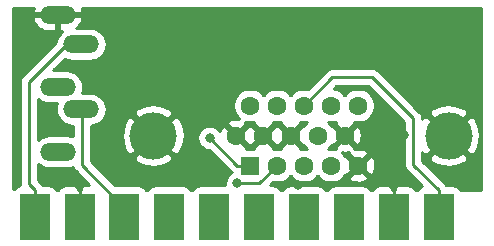
<source format=gtl>
G04 #@! TF.GenerationSoftware,KiCad,Pcbnew,(5.1.0)-1*
G04 #@! TF.CreationDate,2019-07-29T14:48:28-04:00*
G04 #@! TF.ProjectId,HD15-to-SCART,48443135-2d74-46f2-9d53-434152542e6b,rev?*
G04 #@! TF.SameCoordinates,Original*
G04 #@! TF.FileFunction,Copper,L1,Top*
G04 #@! TF.FilePolarity,Positive*
%FSLAX46Y46*%
G04 Gerber Fmt 4.6, Leading zero omitted, Abs format (unit mm)*
G04 Created by KiCad (PCBNEW (5.1.0)-1) date 2019-07-29 14:48:28*
%MOMM*%
%LPD*%
G04 APERTURE LIST*
%ADD10O,3.016000X1.508000*%
%ADD11R,2.500000X4.000000*%
%ADD12R,1.600000X1.600000*%
%ADD13C,1.600000*%
%ADD14C,4.000000*%
%ADD15C,0.800000*%
%ADD16C,0.250000*%
%ADD17C,0.254000*%
G04 APERTURE END LIST*
D10*
X137640000Y-68180000D03*
X137640000Y-62680000D03*
X137640000Y-56580000D03*
X139640000Y-59080000D03*
X139640000Y-64580000D03*
D11*
X135696000Y-73660000D03*
X139496000Y-73660000D03*
X143296000Y-73660000D03*
X147096000Y-73660000D03*
X150896000Y-73660000D03*
X154696000Y-73660000D03*
X158496000Y-73660000D03*
X162296000Y-73660000D03*
X166096000Y-73660000D03*
X169896000Y-73660000D03*
D12*
X153924000Y-69342000D03*
D13*
X156214000Y-69342000D03*
X158504000Y-69342000D03*
X160794000Y-69342000D03*
X163084000Y-69342000D03*
X152779000Y-66802000D03*
X155069000Y-66802000D03*
X157359000Y-66802000D03*
X159649000Y-66802000D03*
X161939000Y-66802000D03*
X153924000Y-64262000D03*
X156214000Y-64262000D03*
X158504000Y-64262000D03*
X160794000Y-64262000D03*
X163084000Y-64262000D03*
D14*
X170739000Y-66802000D03*
X145739000Y-66802000D03*
D15*
X150500000Y-67000000D03*
X152850000Y-70850000D03*
X136500000Y-65000000D03*
X137830000Y-70260000D03*
X151000000Y-70000000D03*
X158000000Y-71000000D03*
X167000000Y-66750000D03*
X164750000Y-66500000D03*
D16*
X152842000Y-69342000D02*
X153924000Y-69342000D01*
X150500000Y-67000000D02*
X152842000Y-69342000D01*
X154706000Y-70850000D02*
X156214000Y-69342000D01*
X152850000Y-70850000D02*
X154706000Y-70850000D01*
X139496000Y-71410000D02*
X139000000Y-70914000D01*
X139496000Y-73660000D02*
X139496000Y-71410000D01*
X138484000Y-70914000D02*
X137830000Y-70260000D01*
X139000000Y-70914000D02*
X138484000Y-70914000D01*
X166096000Y-71410000D02*
X165500000Y-70814000D01*
X166096000Y-73660000D02*
X166096000Y-71410000D01*
X164556000Y-70814000D02*
X163084000Y-69342000D01*
X165500000Y-70814000D02*
X164556000Y-70814000D01*
X160891000Y-61875000D02*
X158504000Y-64262000D01*
X164275000Y-61875000D02*
X160891000Y-61875000D01*
X167750000Y-65350000D02*
X164275000Y-61875000D01*
X167750000Y-69264000D02*
X167750000Y-65350000D01*
X169896000Y-73660000D02*
X169896000Y-71410000D01*
X169896000Y-71410000D02*
X167750000Y-69264000D01*
X139668000Y-59052000D02*
X139668000Y-58888000D01*
X135696000Y-71410000D02*
X135200000Y-70914000D01*
X135200000Y-70914000D02*
X135200000Y-62275000D01*
X135200000Y-62275000D02*
X138395000Y-59080000D01*
X138395000Y-59080000D02*
X139640000Y-59080000D01*
X135696000Y-73660000D02*
X135696000Y-71410000D01*
X139640000Y-59080000D02*
X139668000Y-59052000D01*
X139668000Y-64608000D02*
X139640000Y-64580000D01*
X139668000Y-69282000D02*
X139668000Y-64608000D01*
X143296000Y-73660000D02*
X143296000Y-72910000D01*
X143296000Y-72910000D02*
X139668000Y-69282000D01*
X162296000Y-73660000D02*
X162296000Y-72910000D01*
D17*
G36*
X136110580Y-69340499D02*
G01*
X136351881Y-69469477D01*
X136613709Y-69548902D01*
X136817770Y-69569000D01*
X138462230Y-69569000D01*
X138666291Y-69548902D01*
X138928119Y-69469477D01*
X138930317Y-69468302D01*
X138946486Y-69521605D01*
X138962454Y-69574246D01*
X139033026Y-69706276D01*
X139072871Y-69754826D01*
X139127999Y-69822001D01*
X139157003Y-69845804D01*
X140334438Y-71023239D01*
X139781750Y-71025000D01*
X139623000Y-71183750D01*
X139623000Y-71373000D01*
X139369000Y-71373000D01*
X139369000Y-71183750D01*
X139210250Y-71025000D01*
X138246000Y-71021928D01*
X138121518Y-71034188D01*
X138001820Y-71070498D01*
X137891506Y-71129463D01*
X137794815Y-71208815D01*
X137715463Y-71305506D01*
X137679386Y-71373000D01*
X137512614Y-71373000D01*
X137476537Y-71305506D01*
X137397185Y-71208815D01*
X137300494Y-71129463D01*
X137190180Y-71070498D01*
X137070482Y-71034188D01*
X136946000Y-71021928D01*
X136350326Y-71021928D01*
X136330974Y-70985723D01*
X136296031Y-70943146D01*
X136236001Y-70869999D01*
X136206997Y-70846196D01*
X135960000Y-70599199D01*
X135960000Y-69216921D01*
X136110580Y-69340499D01*
X136110580Y-69340499D01*
G37*
X136110580Y-69340499D02*
X136351881Y-69469477D01*
X136613709Y-69548902D01*
X136817770Y-69569000D01*
X138462230Y-69569000D01*
X138666291Y-69548902D01*
X138928119Y-69469477D01*
X138930317Y-69468302D01*
X138946486Y-69521605D01*
X138962454Y-69574246D01*
X139033026Y-69706276D01*
X139072871Y-69754826D01*
X139127999Y-69822001D01*
X139157003Y-69845804D01*
X140334438Y-71023239D01*
X139781750Y-71025000D01*
X139623000Y-71183750D01*
X139623000Y-71373000D01*
X139369000Y-71373000D01*
X139369000Y-71183750D01*
X139210250Y-71025000D01*
X138246000Y-71021928D01*
X138121518Y-71034188D01*
X138001820Y-71070498D01*
X137891506Y-71129463D01*
X137794815Y-71208815D01*
X137715463Y-71305506D01*
X137679386Y-71373000D01*
X137512614Y-71373000D01*
X137476537Y-71305506D01*
X137397185Y-71208815D01*
X137300494Y-71129463D01*
X137190180Y-71070498D01*
X137070482Y-71034188D01*
X136946000Y-71021928D01*
X136350326Y-71021928D01*
X136330974Y-70985723D01*
X136296031Y-70943146D01*
X136236001Y-70869999D01*
X136206997Y-70846196D01*
X135960000Y-70599199D01*
X135960000Y-69216921D01*
X136110580Y-69340499D01*
G36*
X166990001Y-65664803D02*
G01*
X166990000Y-69226677D01*
X166986324Y-69264000D01*
X166990000Y-69301322D01*
X166990000Y-69301332D01*
X167000997Y-69412985D01*
X167033946Y-69521605D01*
X167044454Y-69556246D01*
X167115026Y-69688276D01*
X167154871Y-69736826D01*
X167209999Y-69804001D01*
X167239003Y-69827804D01*
X168463106Y-71051907D01*
X168401820Y-71070498D01*
X168291506Y-71129463D01*
X168194815Y-71208815D01*
X168115463Y-71305506D01*
X168079386Y-71373000D01*
X167912614Y-71373000D01*
X167876537Y-71305506D01*
X167797185Y-71208815D01*
X167700494Y-71129463D01*
X167590180Y-71070498D01*
X167470482Y-71034188D01*
X167346000Y-71021928D01*
X166381750Y-71025000D01*
X166223000Y-71183750D01*
X166223000Y-71373000D01*
X165969000Y-71373000D01*
X165969000Y-71183750D01*
X165810250Y-71025000D01*
X164846000Y-71021928D01*
X164721518Y-71034188D01*
X164601820Y-71070498D01*
X164491506Y-71129463D01*
X164394815Y-71208815D01*
X164315463Y-71305506D01*
X164279386Y-71373000D01*
X164112614Y-71373000D01*
X164076537Y-71305506D01*
X163997185Y-71208815D01*
X163900494Y-71129463D01*
X163790180Y-71070498D01*
X163670482Y-71034188D01*
X163546000Y-71021928D01*
X161046000Y-71021928D01*
X160921518Y-71034188D01*
X160801820Y-71070498D01*
X160691506Y-71129463D01*
X160594815Y-71208815D01*
X160515463Y-71305506D01*
X160479386Y-71373000D01*
X160312614Y-71373000D01*
X160276537Y-71305506D01*
X160197185Y-71208815D01*
X160100494Y-71129463D01*
X159990180Y-71070498D01*
X159870482Y-71034188D01*
X159746000Y-71021928D01*
X157246000Y-71021928D01*
X157121518Y-71034188D01*
X157001820Y-71070498D01*
X156891506Y-71129463D01*
X156794815Y-71208815D01*
X156715463Y-71305506D01*
X156679386Y-71373000D01*
X156512614Y-71373000D01*
X156476537Y-71305506D01*
X156397185Y-71208815D01*
X156300494Y-71129463D01*
X156190180Y-71070498D01*
X156070482Y-71034188D01*
X155946000Y-71021928D01*
X155608873Y-71021928D01*
X155890114Y-70740688D01*
X156072665Y-70777000D01*
X156355335Y-70777000D01*
X156632574Y-70721853D01*
X156893727Y-70613680D01*
X157128759Y-70456637D01*
X157328637Y-70256759D01*
X157359000Y-70211317D01*
X157389363Y-70256759D01*
X157589241Y-70456637D01*
X157824273Y-70613680D01*
X158085426Y-70721853D01*
X158362665Y-70777000D01*
X158645335Y-70777000D01*
X158922574Y-70721853D01*
X159183727Y-70613680D01*
X159418759Y-70456637D01*
X159618637Y-70256759D01*
X159649000Y-70211317D01*
X159679363Y-70256759D01*
X159879241Y-70456637D01*
X160114273Y-70613680D01*
X160375426Y-70721853D01*
X160652665Y-70777000D01*
X160935335Y-70777000D01*
X161212574Y-70721853D01*
X161473727Y-70613680D01*
X161708759Y-70456637D01*
X161830694Y-70334702D01*
X162270903Y-70334702D01*
X162342486Y-70578671D01*
X162597996Y-70699571D01*
X162872184Y-70768300D01*
X163154512Y-70782217D01*
X163434130Y-70740787D01*
X163700292Y-70645603D01*
X163825514Y-70578671D01*
X163897097Y-70334702D01*
X163084000Y-69521605D01*
X162270903Y-70334702D01*
X161830694Y-70334702D01*
X161908637Y-70256759D01*
X161995372Y-70126951D01*
X162091298Y-70155097D01*
X162904395Y-69342000D01*
X163263605Y-69342000D01*
X164076702Y-70155097D01*
X164320671Y-70083514D01*
X164441571Y-69828004D01*
X164510300Y-69553816D01*
X164524217Y-69271488D01*
X164482787Y-68991870D01*
X164387603Y-68725708D01*
X164320671Y-68600486D01*
X164076702Y-68528903D01*
X163263605Y-69342000D01*
X162904395Y-69342000D01*
X162091298Y-68528903D01*
X161995372Y-68557049D01*
X161908637Y-68427241D01*
X161708759Y-68227363D01*
X161699941Y-68221471D01*
X161727184Y-68228300D01*
X162009512Y-68242217D01*
X162289130Y-68200787D01*
X162317449Y-68190660D01*
X162270903Y-68349298D01*
X163084000Y-69162395D01*
X163897097Y-68349298D01*
X163825514Y-68105329D01*
X163570004Y-67984429D01*
X163295816Y-67915700D01*
X163013488Y-67901783D01*
X162733870Y-67943213D01*
X162705551Y-67953340D01*
X162752097Y-67794702D01*
X161939000Y-66981605D01*
X161125903Y-67794702D01*
X161172706Y-67954217D01*
X160935335Y-67907000D01*
X160652665Y-67907000D01*
X160546609Y-67928096D01*
X160563759Y-67916637D01*
X160763637Y-67716759D01*
X160850372Y-67586951D01*
X160946298Y-67615097D01*
X161759395Y-66802000D01*
X162118605Y-66802000D01*
X162931702Y-67615097D01*
X163175671Y-67543514D01*
X163296571Y-67288004D01*
X163365300Y-67013816D01*
X163379217Y-66731488D01*
X163337787Y-66451870D01*
X163242603Y-66185708D01*
X163175671Y-66060486D01*
X162931702Y-65988903D01*
X162118605Y-66802000D01*
X161759395Y-66802000D01*
X160946298Y-65988903D01*
X160850372Y-66017049D01*
X160763637Y-65887241D01*
X160563759Y-65687363D01*
X160546609Y-65675904D01*
X160652665Y-65697000D01*
X160935335Y-65697000D01*
X161172706Y-65649783D01*
X161125903Y-65809298D01*
X161939000Y-66622395D01*
X162752097Y-65809298D01*
X162705294Y-65649783D01*
X162942665Y-65697000D01*
X163225335Y-65697000D01*
X163502574Y-65641853D01*
X163763727Y-65533680D01*
X163998759Y-65376637D01*
X164198637Y-65176759D01*
X164355680Y-64941727D01*
X164463853Y-64680574D01*
X164519000Y-64403335D01*
X164519000Y-64120665D01*
X164463853Y-63843426D01*
X164355680Y-63582273D01*
X164198637Y-63347241D01*
X163998759Y-63147363D01*
X163763727Y-62990320D01*
X163502574Y-62882147D01*
X163225335Y-62827000D01*
X162942665Y-62827000D01*
X162665426Y-62882147D01*
X162404273Y-62990320D01*
X162169241Y-63147363D01*
X161969363Y-63347241D01*
X161939000Y-63392683D01*
X161908637Y-63347241D01*
X161708759Y-63147363D01*
X161473727Y-62990320D01*
X161212574Y-62882147D01*
X161000783Y-62840019D01*
X161205802Y-62635000D01*
X163960199Y-62635000D01*
X166990001Y-65664803D01*
X166990001Y-65664803D01*
G37*
X166990001Y-65664803D02*
X166990000Y-69226677D01*
X166986324Y-69264000D01*
X166990000Y-69301322D01*
X166990000Y-69301332D01*
X167000997Y-69412985D01*
X167033946Y-69521605D01*
X167044454Y-69556246D01*
X167115026Y-69688276D01*
X167154871Y-69736826D01*
X167209999Y-69804001D01*
X167239003Y-69827804D01*
X168463106Y-71051907D01*
X168401820Y-71070498D01*
X168291506Y-71129463D01*
X168194815Y-71208815D01*
X168115463Y-71305506D01*
X168079386Y-71373000D01*
X167912614Y-71373000D01*
X167876537Y-71305506D01*
X167797185Y-71208815D01*
X167700494Y-71129463D01*
X167590180Y-71070498D01*
X167470482Y-71034188D01*
X167346000Y-71021928D01*
X166381750Y-71025000D01*
X166223000Y-71183750D01*
X166223000Y-71373000D01*
X165969000Y-71373000D01*
X165969000Y-71183750D01*
X165810250Y-71025000D01*
X164846000Y-71021928D01*
X164721518Y-71034188D01*
X164601820Y-71070498D01*
X164491506Y-71129463D01*
X164394815Y-71208815D01*
X164315463Y-71305506D01*
X164279386Y-71373000D01*
X164112614Y-71373000D01*
X164076537Y-71305506D01*
X163997185Y-71208815D01*
X163900494Y-71129463D01*
X163790180Y-71070498D01*
X163670482Y-71034188D01*
X163546000Y-71021928D01*
X161046000Y-71021928D01*
X160921518Y-71034188D01*
X160801820Y-71070498D01*
X160691506Y-71129463D01*
X160594815Y-71208815D01*
X160515463Y-71305506D01*
X160479386Y-71373000D01*
X160312614Y-71373000D01*
X160276537Y-71305506D01*
X160197185Y-71208815D01*
X160100494Y-71129463D01*
X159990180Y-71070498D01*
X159870482Y-71034188D01*
X159746000Y-71021928D01*
X157246000Y-71021928D01*
X157121518Y-71034188D01*
X157001820Y-71070498D01*
X156891506Y-71129463D01*
X156794815Y-71208815D01*
X156715463Y-71305506D01*
X156679386Y-71373000D01*
X156512614Y-71373000D01*
X156476537Y-71305506D01*
X156397185Y-71208815D01*
X156300494Y-71129463D01*
X156190180Y-71070498D01*
X156070482Y-71034188D01*
X155946000Y-71021928D01*
X155608873Y-71021928D01*
X155890114Y-70740688D01*
X156072665Y-70777000D01*
X156355335Y-70777000D01*
X156632574Y-70721853D01*
X156893727Y-70613680D01*
X157128759Y-70456637D01*
X157328637Y-70256759D01*
X157359000Y-70211317D01*
X157389363Y-70256759D01*
X157589241Y-70456637D01*
X157824273Y-70613680D01*
X158085426Y-70721853D01*
X158362665Y-70777000D01*
X158645335Y-70777000D01*
X158922574Y-70721853D01*
X159183727Y-70613680D01*
X159418759Y-70456637D01*
X159618637Y-70256759D01*
X159649000Y-70211317D01*
X159679363Y-70256759D01*
X159879241Y-70456637D01*
X160114273Y-70613680D01*
X160375426Y-70721853D01*
X160652665Y-70777000D01*
X160935335Y-70777000D01*
X161212574Y-70721853D01*
X161473727Y-70613680D01*
X161708759Y-70456637D01*
X161830694Y-70334702D01*
X162270903Y-70334702D01*
X162342486Y-70578671D01*
X162597996Y-70699571D01*
X162872184Y-70768300D01*
X163154512Y-70782217D01*
X163434130Y-70740787D01*
X163700292Y-70645603D01*
X163825514Y-70578671D01*
X163897097Y-70334702D01*
X163084000Y-69521605D01*
X162270903Y-70334702D01*
X161830694Y-70334702D01*
X161908637Y-70256759D01*
X161995372Y-70126951D01*
X162091298Y-70155097D01*
X162904395Y-69342000D01*
X163263605Y-69342000D01*
X164076702Y-70155097D01*
X164320671Y-70083514D01*
X164441571Y-69828004D01*
X164510300Y-69553816D01*
X164524217Y-69271488D01*
X164482787Y-68991870D01*
X164387603Y-68725708D01*
X164320671Y-68600486D01*
X164076702Y-68528903D01*
X163263605Y-69342000D01*
X162904395Y-69342000D01*
X162091298Y-68528903D01*
X161995372Y-68557049D01*
X161908637Y-68427241D01*
X161708759Y-68227363D01*
X161699941Y-68221471D01*
X161727184Y-68228300D01*
X162009512Y-68242217D01*
X162289130Y-68200787D01*
X162317449Y-68190660D01*
X162270903Y-68349298D01*
X163084000Y-69162395D01*
X163897097Y-68349298D01*
X163825514Y-68105329D01*
X163570004Y-67984429D01*
X163295816Y-67915700D01*
X163013488Y-67901783D01*
X162733870Y-67943213D01*
X162705551Y-67953340D01*
X162752097Y-67794702D01*
X161939000Y-66981605D01*
X161125903Y-67794702D01*
X161172706Y-67954217D01*
X160935335Y-67907000D01*
X160652665Y-67907000D01*
X160546609Y-67928096D01*
X160563759Y-67916637D01*
X160763637Y-67716759D01*
X160850372Y-67586951D01*
X160946298Y-67615097D01*
X161759395Y-66802000D01*
X162118605Y-66802000D01*
X162931702Y-67615097D01*
X163175671Y-67543514D01*
X163296571Y-67288004D01*
X163365300Y-67013816D01*
X163379217Y-66731488D01*
X163337787Y-66451870D01*
X163242603Y-66185708D01*
X163175671Y-66060486D01*
X162931702Y-65988903D01*
X162118605Y-66802000D01*
X161759395Y-66802000D01*
X160946298Y-65988903D01*
X160850372Y-66017049D01*
X160763637Y-65887241D01*
X160563759Y-65687363D01*
X160546609Y-65675904D01*
X160652665Y-65697000D01*
X160935335Y-65697000D01*
X161172706Y-65649783D01*
X161125903Y-65809298D01*
X161939000Y-66622395D01*
X162752097Y-65809298D01*
X162705294Y-65649783D01*
X162942665Y-65697000D01*
X163225335Y-65697000D01*
X163502574Y-65641853D01*
X163763727Y-65533680D01*
X163998759Y-65376637D01*
X164198637Y-65176759D01*
X164355680Y-64941727D01*
X164463853Y-64680574D01*
X164519000Y-64403335D01*
X164519000Y-64120665D01*
X164463853Y-63843426D01*
X164355680Y-63582273D01*
X164198637Y-63347241D01*
X163998759Y-63147363D01*
X163763727Y-62990320D01*
X163502574Y-62882147D01*
X163225335Y-62827000D01*
X162942665Y-62827000D01*
X162665426Y-62882147D01*
X162404273Y-62990320D01*
X162169241Y-63147363D01*
X161969363Y-63347241D01*
X161939000Y-63392683D01*
X161908637Y-63347241D01*
X161708759Y-63147363D01*
X161473727Y-62990320D01*
X161212574Y-62882147D01*
X161000783Y-62840019D01*
X161205802Y-62635000D01*
X163960199Y-62635000D01*
X166990001Y-65664803D01*
G36*
X135554130Y-56165785D02*
G01*
X135539714Y-56238186D01*
X135662323Y-56453000D01*
X137513000Y-56453000D01*
X137513000Y-56433000D01*
X137767000Y-56433000D01*
X137767000Y-56453000D01*
X139617677Y-56453000D01*
X139740286Y-56238186D01*
X139725870Y-56165785D01*
X139670622Y-56035000D01*
X173490001Y-56035000D01*
X173490000Y-71373000D01*
X171712614Y-71373000D01*
X171676537Y-71305506D01*
X171597185Y-71208815D01*
X171500494Y-71129463D01*
X171390180Y-71070498D01*
X171270482Y-71034188D01*
X171146000Y-71021928D01*
X170550326Y-71021928D01*
X170530974Y-70985724D01*
X170436001Y-70869999D01*
X170407003Y-70846201D01*
X168510000Y-68949199D01*
X168510000Y-68649499D01*
X169071106Y-68649499D01*
X169287228Y-69016258D01*
X169747105Y-69256938D01*
X170245098Y-69403275D01*
X170762071Y-69449648D01*
X171278159Y-69394273D01*
X171773526Y-69239279D01*
X172190772Y-69016258D01*
X172406894Y-68649499D01*
X170739000Y-66981605D01*
X169071106Y-68649499D01*
X168510000Y-68649499D01*
X168510000Y-68226191D01*
X168524742Y-68253772D01*
X168891501Y-68469894D01*
X170559395Y-66802000D01*
X170918605Y-66802000D01*
X172586499Y-68469894D01*
X172953258Y-68253772D01*
X173193938Y-67793895D01*
X173340275Y-67295902D01*
X173386648Y-66778929D01*
X173331273Y-66262841D01*
X173176279Y-65767474D01*
X172953258Y-65350228D01*
X172586499Y-65134106D01*
X170918605Y-66802000D01*
X170559395Y-66802000D01*
X168891501Y-65134106D01*
X168524742Y-65350228D01*
X168511083Y-65376327D01*
X168513676Y-65349999D01*
X168510000Y-65312676D01*
X168510000Y-65312667D01*
X168499003Y-65201014D01*
X168455546Y-65057753D01*
X168400356Y-64954501D01*
X169071106Y-64954501D01*
X170739000Y-66622395D01*
X172406894Y-64954501D01*
X172190772Y-64587742D01*
X171730895Y-64347062D01*
X171232902Y-64200725D01*
X170715929Y-64154352D01*
X170199841Y-64209727D01*
X169704474Y-64364721D01*
X169287228Y-64587742D01*
X169071106Y-64954501D01*
X168400356Y-64954501D01*
X168393528Y-64941727D01*
X168384974Y-64925723D01*
X168313799Y-64838997D01*
X168290001Y-64809999D01*
X168261003Y-64786201D01*
X164838804Y-61364003D01*
X164815001Y-61334999D01*
X164699276Y-61240026D01*
X164567247Y-61169454D01*
X164423986Y-61125997D01*
X164312333Y-61115000D01*
X164312322Y-61115000D01*
X164275000Y-61111324D01*
X164237678Y-61115000D01*
X160928325Y-61115000D01*
X160891000Y-61111324D01*
X160853675Y-61115000D01*
X160853667Y-61115000D01*
X160742014Y-61125997D01*
X160598753Y-61169454D01*
X160466724Y-61240026D01*
X160350999Y-61334999D01*
X160327201Y-61363997D01*
X158827886Y-62863312D01*
X158645335Y-62827000D01*
X158362665Y-62827000D01*
X158085426Y-62882147D01*
X157824273Y-62990320D01*
X157589241Y-63147363D01*
X157389363Y-63347241D01*
X157359000Y-63392683D01*
X157328637Y-63347241D01*
X157128759Y-63147363D01*
X156893727Y-62990320D01*
X156632574Y-62882147D01*
X156355335Y-62827000D01*
X156072665Y-62827000D01*
X155795426Y-62882147D01*
X155534273Y-62990320D01*
X155299241Y-63147363D01*
X155099363Y-63347241D01*
X155069000Y-63392683D01*
X155038637Y-63347241D01*
X154838759Y-63147363D01*
X154603727Y-62990320D01*
X154342574Y-62882147D01*
X154065335Y-62827000D01*
X153782665Y-62827000D01*
X153505426Y-62882147D01*
X153244273Y-62990320D01*
X153009241Y-63147363D01*
X152809363Y-63347241D01*
X152652320Y-63582273D01*
X152544147Y-63843426D01*
X152489000Y-64120665D01*
X152489000Y-64403335D01*
X152544147Y-64680574D01*
X152652320Y-64941727D01*
X152809363Y-65176759D01*
X153009241Y-65376637D01*
X153018059Y-65382529D01*
X152990816Y-65375700D01*
X152708488Y-65361783D01*
X152428870Y-65403213D01*
X152162708Y-65498397D01*
X152037486Y-65565329D01*
X151965903Y-65809298D01*
X152779000Y-66622395D01*
X153592097Y-65809298D01*
X153545294Y-65649783D01*
X153782665Y-65697000D01*
X154065335Y-65697000D01*
X154302706Y-65649783D01*
X154255903Y-65809298D01*
X155069000Y-66622395D01*
X155882097Y-65809298D01*
X155835294Y-65649783D01*
X156072665Y-65697000D01*
X156355335Y-65697000D01*
X156592706Y-65649783D01*
X156545903Y-65809298D01*
X157359000Y-66622395D01*
X158172097Y-65809298D01*
X158125294Y-65649783D01*
X158362665Y-65697000D01*
X158645335Y-65697000D01*
X158751391Y-65675904D01*
X158734241Y-65687363D01*
X158534363Y-65887241D01*
X158447628Y-66017049D01*
X158351702Y-65988903D01*
X157538605Y-66802000D01*
X158351702Y-67615097D01*
X158447628Y-67586951D01*
X158534363Y-67716759D01*
X158734241Y-67916637D01*
X158751391Y-67928096D01*
X158645335Y-67907000D01*
X158362665Y-67907000D01*
X158125294Y-67954217D01*
X158172097Y-67794702D01*
X157359000Y-66981605D01*
X156545903Y-67794702D01*
X156592706Y-67954217D01*
X156355335Y-67907000D01*
X156072665Y-67907000D01*
X155835294Y-67954217D01*
X155882097Y-67794702D01*
X155069000Y-66981605D01*
X154255903Y-67794702D01*
X154287951Y-67903928D01*
X153560049Y-67903928D01*
X153592097Y-67794702D01*
X152779000Y-66981605D01*
X152764858Y-66995748D01*
X152585253Y-66816143D01*
X152599395Y-66802000D01*
X152958605Y-66802000D01*
X153771702Y-67615097D01*
X153924000Y-67570411D01*
X154076298Y-67615097D01*
X154889395Y-66802000D01*
X155248605Y-66802000D01*
X156061702Y-67615097D01*
X156214000Y-67570411D01*
X156366298Y-67615097D01*
X157179395Y-66802000D01*
X156366298Y-65988903D01*
X156214000Y-66033589D01*
X156061702Y-65988903D01*
X155248605Y-66802000D01*
X154889395Y-66802000D01*
X154076298Y-65988903D01*
X153924000Y-66033589D01*
X153771702Y-65988903D01*
X152958605Y-66802000D01*
X152599395Y-66802000D01*
X151786298Y-65988903D01*
X151542329Y-66060486D01*
X151421429Y-66315996D01*
X151384960Y-66461486D01*
X151303937Y-66340226D01*
X151159774Y-66196063D01*
X150990256Y-66082795D01*
X150801898Y-66004774D01*
X150601939Y-65965000D01*
X150398061Y-65965000D01*
X150198102Y-66004774D01*
X150009744Y-66082795D01*
X149840226Y-66196063D01*
X149696063Y-66340226D01*
X149582795Y-66509744D01*
X149504774Y-66698102D01*
X149465000Y-66898061D01*
X149465000Y-67101939D01*
X149504774Y-67301898D01*
X149582795Y-67490256D01*
X149696063Y-67659774D01*
X149840226Y-67803937D01*
X150009744Y-67917205D01*
X150198102Y-67995226D01*
X150398061Y-68035000D01*
X150460199Y-68035000D01*
X152278201Y-69853003D01*
X152301999Y-69882001D01*
X152362500Y-69931653D01*
X152359744Y-69932795D01*
X152190226Y-70046063D01*
X152046063Y-70190226D01*
X151932795Y-70359744D01*
X151854774Y-70548102D01*
X151815000Y-70748061D01*
X151815000Y-70951939D01*
X151828922Y-71021928D01*
X149646000Y-71021928D01*
X149521518Y-71034188D01*
X149401820Y-71070498D01*
X149291506Y-71129463D01*
X149194815Y-71208815D01*
X149115463Y-71305506D01*
X149079386Y-71373000D01*
X148912614Y-71373000D01*
X148876537Y-71305506D01*
X148797185Y-71208815D01*
X148700494Y-71129463D01*
X148590180Y-71070498D01*
X148470482Y-71034188D01*
X148346000Y-71021928D01*
X145846000Y-71021928D01*
X145721518Y-71034188D01*
X145601820Y-71070498D01*
X145491506Y-71129463D01*
X145394815Y-71208815D01*
X145315463Y-71305506D01*
X145279386Y-71373000D01*
X145112614Y-71373000D01*
X145076537Y-71305506D01*
X144997185Y-71208815D01*
X144900494Y-71129463D01*
X144790180Y-71070498D01*
X144670482Y-71034188D01*
X144546000Y-71021928D01*
X142482730Y-71021928D01*
X140428000Y-68967199D01*
X140428000Y-68649499D01*
X144071106Y-68649499D01*
X144287228Y-69016258D01*
X144747105Y-69256938D01*
X145245098Y-69403275D01*
X145762071Y-69449648D01*
X146278159Y-69394273D01*
X146773526Y-69239279D01*
X147190772Y-69016258D01*
X147406894Y-68649499D01*
X145739000Y-66981605D01*
X144071106Y-68649499D01*
X140428000Y-68649499D01*
X140428000Y-66825071D01*
X143091352Y-66825071D01*
X143146727Y-67341159D01*
X143301721Y-67836526D01*
X143524742Y-68253772D01*
X143891501Y-68469894D01*
X145559395Y-66802000D01*
X145918605Y-66802000D01*
X147586499Y-68469894D01*
X147953258Y-68253772D01*
X148193938Y-67793895D01*
X148340275Y-67295902D01*
X148386648Y-66778929D01*
X148331273Y-66262841D01*
X148176279Y-65767474D01*
X147953258Y-65350228D01*
X147586499Y-65134106D01*
X145918605Y-66802000D01*
X145559395Y-66802000D01*
X143891501Y-65134106D01*
X143524742Y-65350228D01*
X143284062Y-65810105D01*
X143137725Y-66308098D01*
X143091352Y-66825071D01*
X140428000Y-66825071D01*
X140428000Y-65969000D01*
X140462230Y-65969000D01*
X140666291Y-65948902D01*
X140928119Y-65869477D01*
X141169420Y-65740499D01*
X141380923Y-65566923D01*
X141554499Y-65355420D01*
X141683477Y-65114119D01*
X141731896Y-64954501D01*
X144071106Y-64954501D01*
X145739000Y-66622395D01*
X147406894Y-64954501D01*
X147190772Y-64587742D01*
X146730895Y-64347062D01*
X146232902Y-64200725D01*
X145715929Y-64154352D01*
X145199841Y-64209727D01*
X144704474Y-64364721D01*
X144287228Y-64587742D01*
X144071106Y-64954501D01*
X141731896Y-64954501D01*
X141762902Y-64852291D01*
X141789720Y-64580000D01*
X141762902Y-64307709D01*
X141683477Y-64045881D01*
X141554499Y-63804580D01*
X141380923Y-63593077D01*
X141169420Y-63419501D01*
X140928119Y-63290523D01*
X140666291Y-63211098D01*
X140462230Y-63191000D01*
X139690490Y-63191000D01*
X139762902Y-62952291D01*
X139789720Y-62680000D01*
X139762902Y-62407709D01*
X139683477Y-62145881D01*
X139554499Y-61904580D01*
X139380923Y-61693077D01*
X139169420Y-61519501D01*
X138928119Y-61390523D01*
X138666291Y-61311098D01*
X138462230Y-61291000D01*
X137258801Y-61291000D01*
X138240082Y-60309719D01*
X138351881Y-60369477D01*
X138613709Y-60448902D01*
X138817770Y-60469000D01*
X140462230Y-60469000D01*
X140666291Y-60448902D01*
X140928119Y-60369477D01*
X141169420Y-60240499D01*
X141380923Y-60066923D01*
X141554499Y-59855420D01*
X141683477Y-59614119D01*
X141762902Y-59352291D01*
X141789720Y-59080000D01*
X141762902Y-58807709D01*
X141683477Y-58545881D01*
X141554499Y-58304580D01*
X141380923Y-58093077D01*
X141169420Y-57919501D01*
X140928119Y-57790523D01*
X140666291Y-57711098D01*
X140462230Y-57691000D01*
X139230795Y-57691000D01*
X139271284Y-57664354D01*
X139465974Y-57472369D01*
X139619469Y-57246091D01*
X139725870Y-56994215D01*
X139740286Y-56921814D01*
X139617677Y-56707000D01*
X137767000Y-56707000D01*
X137767000Y-57969000D01*
X138050265Y-57969000D01*
X137899077Y-58093077D01*
X137725501Y-58304580D01*
X137596523Y-58545881D01*
X137517098Y-58807709D01*
X137508861Y-58891337D01*
X134688998Y-61711201D01*
X134660000Y-61734999D01*
X134636202Y-61763997D01*
X134636201Y-61763998D01*
X134565026Y-61850724D01*
X134494454Y-61982754D01*
X134450998Y-62126015D01*
X134436324Y-62275000D01*
X134440001Y-62312332D01*
X134440000Y-70876678D01*
X134436324Y-70914000D01*
X134440000Y-70951322D01*
X134440000Y-70951332D01*
X134446953Y-71021928D01*
X134446000Y-71021928D01*
X134321518Y-71034188D01*
X134201820Y-71070498D01*
X134091506Y-71129463D01*
X133994815Y-71208815D01*
X133915463Y-71305506D01*
X133885000Y-71362497D01*
X133885000Y-56921814D01*
X135539714Y-56921814D01*
X135554130Y-56994215D01*
X135660531Y-57246091D01*
X135814026Y-57472369D01*
X136008716Y-57664354D01*
X136237120Y-57814668D01*
X136490460Y-57917534D01*
X136759000Y-57969000D01*
X137513000Y-57969000D01*
X137513000Y-56707000D01*
X135662323Y-56707000D01*
X135539714Y-56921814D01*
X133885000Y-56921814D01*
X133885000Y-56035000D01*
X135609378Y-56035000D01*
X135554130Y-56165785D01*
X135554130Y-56165785D01*
G37*
X135554130Y-56165785D02*
X135539714Y-56238186D01*
X135662323Y-56453000D01*
X137513000Y-56453000D01*
X137513000Y-56433000D01*
X137767000Y-56433000D01*
X137767000Y-56453000D01*
X139617677Y-56453000D01*
X139740286Y-56238186D01*
X139725870Y-56165785D01*
X139670622Y-56035000D01*
X173490001Y-56035000D01*
X173490000Y-71373000D01*
X171712614Y-71373000D01*
X171676537Y-71305506D01*
X171597185Y-71208815D01*
X171500494Y-71129463D01*
X171390180Y-71070498D01*
X171270482Y-71034188D01*
X171146000Y-71021928D01*
X170550326Y-71021928D01*
X170530974Y-70985724D01*
X170436001Y-70869999D01*
X170407003Y-70846201D01*
X168510000Y-68949199D01*
X168510000Y-68649499D01*
X169071106Y-68649499D01*
X169287228Y-69016258D01*
X169747105Y-69256938D01*
X170245098Y-69403275D01*
X170762071Y-69449648D01*
X171278159Y-69394273D01*
X171773526Y-69239279D01*
X172190772Y-69016258D01*
X172406894Y-68649499D01*
X170739000Y-66981605D01*
X169071106Y-68649499D01*
X168510000Y-68649499D01*
X168510000Y-68226191D01*
X168524742Y-68253772D01*
X168891501Y-68469894D01*
X170559395Y-66802000D01*
X170918605Y-66802000D01*
X172586499Y-68469894D01*
X172953258Y-68253772D01*
X173193938Y-67793895D01*
X173340275Y-67295902D01*
X173386648Y-66778929D01*
X173331273Y-66262841D01*
X173176279Y-65767474D01*
X172953258Y-65350228D01*
X172586499Y-65134106D01*
X170918605Y-66802000D01*
X170559395Y-66802000D01*
X168891501Y-65134106D01*
X168524742Y-65350228D01*
X168511083Y-65376327D01*
X168513676Y-65349999D01*
X168510000Y-65312676D01*
X168510000Y-65312667D01*
X168499003Y-65201014D01*
X168455546Y-65057753D01*
X168400356Y-64954501D01*
X169071106Y-64954501D01*
X170739000Y-66622395D01*
X172406894Y-64954501D01*
X172190772Y-64587742D01*
X171730895Y-64347062D01*
X171232902Y-64200725D01*
X170715929Y-64154352D01*
X170199841Y-64209727D01*
X169704474Y-64364721D01*
X169287228Y-64587742D01*
X169071106Y-64954501D01*
X168400356Y-64954501D01*
X168393528Y-64941727D01*
X168384974Y-64925723D01*
X168313799Y-64838997D01*
X168290001Y-64809999D01*
X168261003Y-64786201D01*
X164838804Y-61364003D01*
X164815001Y-61334999D01*
X164699276Y-61240026D01*
X164567247Y-61169454D01*
X164423986Y-61125997D01*
X164312333Y-61115000D01*
X164312322Y-61115000D01*
X164275000Y-61111324D01*
X164237678Y-61115000D01*
X160928325Y-61115000D01*
X160891000Y-61111324D01*
X160853675Y-61115000D01*
X160853667Y-61115000D01*
X160742014Y-61125997D01*
X160598753Y-61169454D01*
X160466724Y-61240026D01*
X160350999Y-61334999D01*
X160327201Y-61363997D01*
X158827886Y-62863312D01*
X158645335Y-62827000D01*
X158362665Y-62827000D01*
X158085426Y-62882147D01*
X157824273Y-62990320D01*
X157589241Y-63147363D01*
X157389363Y-63347241D01*
X157359000Y-63392683D01*
X157328637Y-63347241D01*
X157128759Y-63147363D01*
X156893727Y-62990320D01*
X156632574Y-62882147D01*
X156355335Y-62827000D01*
X156072665Y-62827000D01*
X155795426Y-62882147D01*
X155534273Y-62990320D01*
X155299241Y-63147363D01*
X155099363Y-63347241D01*
X155069000Y-63392683D01*
X155038637Y-63347241D01*
X154838759Y-63147363D01*
X154603727Y-62990320D01*
X154342574Y-62882147D01*
X154065335Y-62827000D01*
X153782665Y-62827000D01*
X153505426Y-62882147D01*
X153244273Y-62990320D01*
X153009241Y-63147363D01*
X152809363Y-63347241D01*
X152652320Y-63582273D01*
X152544147Y-63843426D01*
X152489000Y-64120665D01*
X152489000Y-64403335D01*
X152544147Y-64680574D01*
X152652320Y-64941727D01*
X152809363Y-65176759D01*
X153009241Y-65376637D01*
X153018059Y-65382529D01*
X152990816Y-65375700D01*
X152708488Y-65361783D01*
X152428870Y-65403213D01*
X152162708Y-65498397D01*
X152037486Y-65565329D01*
X151965903Y-65809298D01*
X152779000Y-66622395D01*
X153592097Y-65809298D01*
X153545294Y-65649783D01*
X153782665Y-65697000D01*
X154065335Y-65697000D01*
X154302706Y-65649783D01*
X154255903Y-65809298D01*
X155069000Y-66622395D01*
X155882097Y-65809298D01*
X155835294Y-65649783D01*
X156072665Y-65697000D01*
X156355335Y-65697000D01*
X156592706Y-65649783D01*
X156545903Y-65809298D01*
X157359000Y-66622395D01*
X158172097Y-65809298D01*
X158125294Y-65649783D01*
X158362665Y-65697000D01*
X158645335Y-65697000D01*
X158751391Y-65675904D01*
X158734241Y-65687363D01*
X158534363Y-65887241D01*
X158447628Y-66017049D01*
X158351702Y-65988903D01*
X157538605Y-66802000D01*
X158351702Y-67615097D01*
X158447628Y-67586951D01*
X158534363Y-67716759D01*
X158734241Y-67916637D01*
X158751391Y-67928096D01*
X158645335Y-67907000D01*
X158362665Y-67907000D01*
X158125294Y-67954217D01*
X158172097Y-67794702D01*
X157359000Y-66981605D01*
X156545903Y-67794702D01*
X156592706Y-67954217D01*
X156355335Y-67907000D01*
X156072665Y-67907000D01*
X155835294Y-67954217D01*
X155882097Y-67794702D01*
X155069000Y-66981605D01*
X154255903Y-67794702D01*
X154287951Y-67903928D01*
X153560049Y-67903928D01*
X153592097Y-67794702D01*
X152779000Y-66981605D01*
X152764858Y-66995748D01*
X152585253Y-66816143D01*
X152599395Y-66802000D01*
X152958605Y-66802000D01*
X153771702Y-67615097D01*
X153924000Y-67570411D01*
X154076298Y-67615097D01*
X154889395Y-66802000D01*
X155248605Y-66802000D01*
X156061702Y-67615097D01*
X156214000Y-67570411D01*
X156366298Y-67615097D01*
X157179395Y-66802000D01*
X156366298Y-65988903D01*
X156214000Y-66033589D01*
X156061702Y-65988903D01*
X155248605Y-66802000D01*
X154889395Y-66802000D01*
X154076298Y-65988903D01*
X153924000Y-66033589D01*
X153771702Y-65988903D01*
X152958605Y-66802000D01*
X152599395Y-66802000D01*
X151786298Y-65988903D01*
X151542329Y-66060486D01*
X151421429Y-66315996D01*
X151384960Y-66461486D01*
X151303937Y-66340226D01*
X151159774Y-66196063D01*
X150990256Y-66082795D01*
X150801898Y-66004774D01*
X150601939Y-65965000D01*
X150398061Y-65965000D01*
X150198102Y-66004774D01*
X150009744Y-66082795D01*
X149840226Y-66196063D01*
X149696063Y-66340226D01*
X149582795Y-66509744D01*
X149504774Y-66698102D01*
X149465000Y-66898061D01*
X149465000Y-67101939D01*
X149504774Y-67301898D01*
X149582795Y-67490256D01*
X149696063Y-67659774D01*
X149840226Y-67803937D01*
X150009744Y-67917205D01*
X150198102Y-67995226D01*
X150398061Y-68035000D01*
X150460199Y-68035000D01*
X152278201Y-69853003D01*
X152301999Y-69882001D01*
X152362500Y-69931653D01*
X152359744Y-69932795D01*
X152190226Y-70046063D01*
X152046063Y-70190226D01*
X151932795Y-70359744D01*
X151854774Y-70548102D01*
X151815000Y-70748061D01*
X151815000Y-70951939D01*
X151828922Y-71021928D01*
X149646000Y-71021928D01*
X149521518Y-71034188D01*
X149401820Y-71070498D01*
X149291506Y-71129463D01*
X149194815Y-71208815D01*
X149115463Y-71305506D01*
X149079386Y-71373000D01*
X148912614Y-71373000D01*
X148876537Y-71305506D01*
X148797185Y-71208815D01*
X148700494Y-71129463D01*
X148590180Y-71070498D01*
X148470482Y-71034188D01*
X148346000Y-71021928D01*
X145846000Y-71021928D01*
X145721518Y-71034188D01*
X145601820Y-71070498D01*
X145491506Y-71129463D01*
X145394815Y-71208815D01*
X145315463Y-71305506D01*
X145279386Y-71373000D01*
X145112614Y-71373000D01*
X145076537Y-71305506D01*
X144997185Y-71208815D01*
X144900494Y-71129463D01*
X144790180Y-71070498D01*
X144670482Y-71034188D01*
X144546000Y-71021928D01*
X142482730Y-71021928D01*
X140428000Y-68967199D01*
X140428000Y-68649499D01*
X144071106Y-68649499D01*
X144287228Y-69016258D01*
X144747105Y-69256938D01*
X145245098Y-69403275D01*
X145762071Y-69449648D01*
X146278159Y-69394273D01*
X146773526Y-69239279D01*
X147190772Y-69016258D01*
X147406894Y-68649499D01*
X145739000Y-66981605D01*
X144071106Y-68649499D01*
X140428000Y-68649499D01*
X140428000Y-66825071D01*
X143091352Y-66825071D01*
X143146727Y-67341159D01*
X143301721Y-67836526D01*
X143524742Y-68253772D01*
X143891501Y-68469894D01*
X145559395Y-66802000D01*
X145918605Y-66802000D01*
X147586499Y-68469894D01*
X147953258Y-68253772D01*
X148193938Y-67793895D01*
X148340275Y-67295902D01*
X148386648Y-66778929D01*
X148331273Y-66262841D01*
X148176279Y-65767474D01*
X147953258Y-65350228D01*
X147586499Y-65134106D01*
X145918605Y-66802000D01*
X145559395Y-66802000D01*
X143891501Y-65134106D01*
X143524742Y-65350228D01*
X143284062Y-65810105D01*
X143137725Y-66308098D01*
X143091352Y-66825071D01*
X140428000Y-66825071D01*
X140428000Y-65969000D01*
X140462230Y-65969000D01*
X140666291Y-65948902D01*
X140928119Y-65869477D01*
X141169420Y-65740499D01*
X141380923Y-65566923D01*
X141554499Y-65355420D01*
X141683477Y-65114119D01*
X141731896Y-64954501D01*
X144071106Y-64954501D01*
X145739000Y-66622395D01*
X147406894Y-64954501D01*
X147190772Y-64587742D01*
X146730895Y-64347062D01*
X146232902Y-64200725D01*
X145715929Y-64154352D01*
X145199841Y-64209727D01*
X144704474Y-64364721D01*
X144287228Y-64587742D01*
X144071106Y-64954501D01*
X141731896Y-64954501D01*
X141762902Y-64852291D01*
X141789720Y-64580000D01*
X141762902Y-64307709D01*
X141683477Y-64045881D01*
X141554499Y-63804580D01*
X141380923Y-63593077D01*
X141169420Y-63419501D01*
X140928119Y-63290523D01*
X140666291Y-63211098D01*
X140462230Y-63191000D01*
X139690490Y-63191000D01*
X139762902Y-62952291D01*
X139789720Y-62680000D01*
X139762902Y-62407709D01*
X139683477Y-62145881D01*
X139554499Y-61904580D01*
X139380923Y-61693077D01*
X139169420Y-61519501D01*
X138928119Y-61390523D01*
X138666291Y-61311098D01*
X138462230Y-61291000D01*
X137258801Y-61291000D01*
X138240082Y-60309719D01*
X138351881Y-60369477D01*
X138613709Y-60448902D01*
X138817770Y-60469000D01*
X140462230Y-60469000D01*
X140666291Y-60448902D01*
X140928119Y-60369477D01*
X141169420Y-60240499D01*
X141380923Y-60066923D01*
X141554499Y-59855420D01*
X141683477Y-59614119D01*
X141762902Y-59352291D01*
X141789720Y-59080000D01*
X141762902Y-58807709D01*
X141683477Y-58545881D01*
X141554499Y-58304580D01*
X141380923Y-58093077D01*
X141169420Y-57919501D01*
X140928119Y-57790523D01*
X140666291Y-57711098D01*
X140462230Y-57691000D01*
X139230795Y-57691000D01*
X139271284Y-57664354D01*
X139465974Y-57472369D01*
X139619469Y-57246091D01*
X139725870Y-56994215D01*
X139740286Y-56921814D01*
X139617677Y-56707000D01*
X137767000Y-56707000D01*
X137767000Y-57969000D01*
X138050265Y-57969000D01*
X137899077Y-58093077D01*
X137725501Y-58304580D01*
X137596523Y-58545881D01*
X137517098Y-58807709D01*
X137508861Y-58891337D01*
X134688998Y-61711201D01*
X134660000Y-61734999D01*
X134636202Y-61763997D01*
X134636201Y-61763998D01*
X134565026Y-61850724D01*
X134494454Y-61982754D01*
X134450998Y-62126015D01*
X134436324Y-62275000D01*
X134440001Y-62312332D01*
X134440000Y-70876678D01*
X134436324Y-70914000D01*
X134440000Y-70951322D01*
X134440000Y-70951332D01*
X134446953Y-71021928D01*
X134446000Y-71021928D01*
X134321518Y-71034188D01*
X134201820Y-71070498D01*
X134091506Y-71129463D01*
X133994815Y-71208815D01*
X133915463Y-71305506D01*
X133885000Y-71362497D01*
X133885000Y-56921814D01*
X135539714Y-56921814D01*
X135554130Y-56994215D01*
X135660531Y-57246091D01*
X135814026Y-57472369D01*
X136008716Y-57664354D01*
X136237120Y-57814668D01*
X136490460Y-57917534D01*
X136759000Y-57969000D01*
X137513000Y-57969000D01*
X137513000Y-56707000D01*
X135662323Y-56707000D01*
X135539714Y-56921814D01*
X133885000Y-56921814D01*
X133885000Y-56035000D01*
X135609378Y-56035000D01*
X135554130Y-56165785D01*
G36*
X136110580Y-63840499D02*
G01*
X136351881Y-63969477D01*
X136613709Y-64048902D01*
X136817770Y-64069000D01*
X137589510Y-64069000D01*
X137517098Y-64307709D01*
X137490280Y-64580000D01*
X137517098Y-64852291D01*
X137596523Y-65114119D01*
X137725501Y-65355420D01*
X137899077Y-65566923D01*
X138110580Y-65740499D01*
X138351881Y-65869477D01*
X138613709Y-65948902D01*
X138817770Y-65969000D01*
X138908001Y-65969000D01*
X138908001Y-66884420D01*
X138666291Y-66811098D01*
X138462230Y-66791000D01*
X136817770Y-66791000D01*
X136613709Y-66811098D01*
X136351881Y-66890523D01*
X136110580Y-67019501D01*
X135960000Y-67143079D01*
X135960000Y-63716921D01*
X136110580Y-63840499D01*
X136110580Y-63840499D01*
G37*
X136110580Y-63840499D02*
X136351881Y-63969477D01*
X136613709Y-64048902D01*
X136817770Y-64069000D01*
X137589510Y-64069000D01*
X137517098Y-64307709D01*
X137490280Y-64580000D01*
X137517098Y-64852291D01*
X137596523Y-65114119D01*
X137725501Y-65355420D01*
X137899077Y-65566923D01*
X138110580Y-65740499D01*
X138351881Y-65869477D01*
X138613709Y-65948902D01*
X138817770Y-65969000D01*
X138908001Y-65969000D01*
X138908001Y-66884420D01*
X138666291Y-66811098D01*
X138462230Y-66791000D01*
X136817770Y-66791000D01*
X136613709Y-66811098D01*
X136351881Y-66890523D01*
X136110580Y-67019501D01*
X135960000Y-67143079D01*
X135960000Y-63716921D01*
X136110580Y-63840499D01*
M02*

</source>
